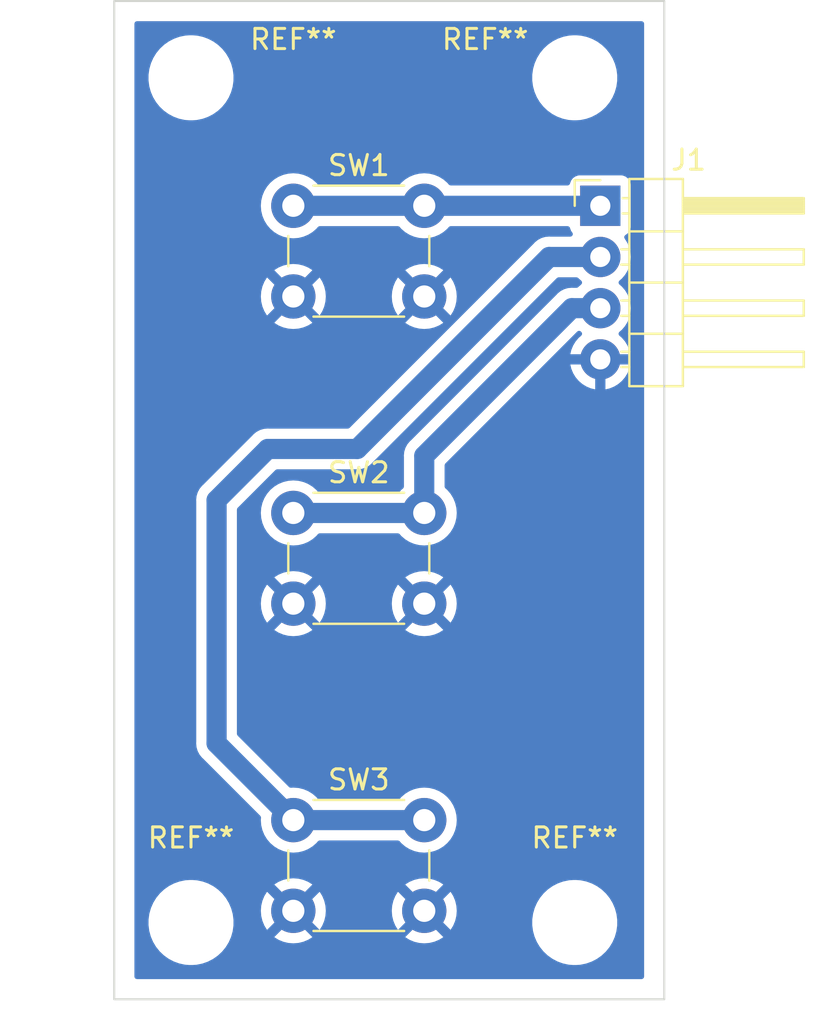
<source format=kicad_pcb>
(kicad_pcb (version 20211014) (generator pcbnew)
  (layers (0 "F.Cu" signal) (31 "B.Cu" signal) (34 "B.Paste" user) (35 "F.Paste" user) (36 "B.SilkS" user "B.Silkscreen") (37 "F.SilkS" user "F.Silkscreen") (38 "B.Mask" user) (39 "F.Mask" user) (44 "Edge.Cuts" user))
  (net 0 "")
  (net 1 "/UP")
  (net 2 "/SET")
  (net 3 "/DOWN")
  (net 4 "/GND")
  (footprint "Connector_PinHeader_2.54mm:PinHeader_1x04_P2.54mm_Horizontal" (layer "F.Cu") (at 50.8 30.48)
    (fp_text reference "J1" (at 4.385 -2.27) (layer "F.SilkS"))
    (fp_text value "CONN")
    (fp_line (start 4.1 0.04) (end 10.1 0.04) (layer "F.SilkS") (width 0.12))
    (fp_line (start 1.042929 7.24) (end 1.44 7.24) (layer "F.SilkS") (width 0.12))
    (fp_line (start 4.1 -0.38) (end 10.1 -0.38) (layer "F.SilkS") (width 0.12))
    (fp_line (start -1.27 -1.27) (end 0 -1.27) (layer "F.SilkS") (width 0.12))
    (fp_line (start 10.1 2.92) (end 4.1 2.92) (layer "F.SilkS") (width 0.12))
    (fp_line (start 4.1 -0.08) (end 10.1 -0.08) (layer "F.SilkS") (width 0.12))
    (fp_line (start 4.1 0.16) (end 10.1 0.16) (layer "F.SilkS") (width 0.12))
    (fp_line (start 1.44 -1.33) (end 1.44 8.95) (layer "F.SilkS") (width 0.12))
    (fp_line (start 1.11 0.38) (end 1.44 0.38) (layer "F.SilkS") (width 0.12))
    (fp_line (start 1.44 1.27) (end 4.1 1.27) (layer "F.SilkS") (width 0.12))
    (fp_line (start 1.042929 5.46) (end 1.44 5.46) (layer "F.SilkS") (width 0.12))
    (fp_line (start 10.1 0.38) (end 4.1 0.38) (layer "F.SilkS") (width 0.12))
    (fp_line (start 1.44 8.95) (end 4.1 8.95) (layer "F.SilkS") (width 0.12))
    (fp_line (start 4.1 -0.32) (end 10.1 -0.32) (layer "F.SilkS") (width 0.12))
    (fp_line (start 4.1 7.24) (end 10.1 7.24) (layer "F.SilkS") (width 0.12))
    (fp_line (start 1.11 -0.38) (end 1.44 -0.38) (layer "F.SilkS") (width 0.12))
    (fp_line (start 4.1 0.28) (end 10.1 0.28) (layer "F.SilkS") (width 0.12))
    (fp_line (start 1.44 3.81) (end 4.1 3.81) (layer "F.SilkS") (width 0.12))
    (fp_line (start 10.1 5.46) (end 4.1 5.46) (layer "F.SilkS") (width 0.12))
    (fp_line (start 1.042929 2.92) (end 1.44 2.92) (layer "F.SilkS") (width 0.12))
    (fp_line (start 10.1 8) (end 4.1 8) (layer "F.SilkS") (width 0.12))
    (fp_line (start 1.042929 8) (end 1.44 8) (layer "F.SilkS") (width 0.12))
    (fp_line (start 4.1 2.16) (end 10.1 2.16) (layer "F.SilkS") (width 0.12))
    (fp_line (start 1.042929 4.7) (end 1.44 4.7) (layer "F.SilkS") (width 0.12))
    (fp_line (start 10.1 7.24) (end 10.1 8) (layer "F.SilkS") (width 0.12))
    (fp_line (start 4.1 4.7) (end 10.1 4.7) (layer "F.SilkS") (width 0.12))
    (fp_line (start 10.1 2.16) (end 10.1 2.92) (layer "F.SilkS") (width 0.12))
    (fp_line (start 4.1 8.95) (end 4.1 -1.33) (layer "F.SilkS") (width 0.12))
    (fp_line (start 10.1 -0.38) (end 10.1 0.38) (layer "F.SilkS") (width 0.12))
    (fp_line (start 1.44 6.35) (end 4.1 6.35) (layer "F.SilkS") (width 0.12))
    (fp_line (start 4.1 -1.33) (end 1.44 -1.33) (layer "F.SilkS") (width 0.12))
    (fp_line (start -1.27 0) (end -1.27 -1.27) (layer "F.SilkS") (width 0.12))
    (fp_line (start 10.1 4.7) (end 10.1 5.46) (layer "F.SilkS") (width 0.12))
    (fp_line (start 1.042929 2.16) (end 1.44 2.16) (layer "F.SilkS") (width 0.12))
    (fp_line (start 4.1 -0.2) (end 10.1 -0.2) (layer "F.SilkS") (width 0.12))
    (pad "1" thru_hole rect (at 0 0) (size 2 2) (drill 1) (layers *.Cu *.Mask) (net 1 "/UP"))
    (pad "2" thru_hole oval (at 0 2.54) (size 2 2) (drill 1) (layers *.Cu *.Mask) (net 2 "/SET"))
    (pad "3" thru_hole oval (at 0 5.08) (size 2 2) (drill 1) (layers *.Cu *.Mask) (net 3 "/DOWN"))
    (pad "4" thru_hole oval (at 0 7.62) (size 2 2) (drill 1) (layers *.Cu *.Mask) (net 4 "/GND"))
  )
  (footprint "MountingHole:MountingHole_3.2mm_M3" (layer "F.Cu") (at 30.48 66.04)
    (fp_text reference "REF**" (at 0 -4.2) (layer "F.SilkS"))
    (fp_text value "MountingHole_3.2mm_M3")
    (pad "" np_thru_hole circle (at 0 0) (size 3.2 3.2) (drill 3.2) (layers *.Cu *.Mask))
  )
  (footprint "MountingHole:MountingHole_3.2mm_M3" (layer "F.Cu") (at 49.53 66.04)
    (fp_text reference "REF**" (at 0 -4.2) (layer "F.SilkS"))
    (fp_text value "MountingHole_3.2mm_M3")
    (pad "" np_thru_hole circle (at 0 0) (size 3.2 3.2) (drill 3.2) (layers *.Cu *.Mask))
  )
  (footprint "Button_Switch_THT:SW_PUSH_6mm" (layer "F.Cu") (at 35.56 30.48)
    (fp_text reference "SW1" (at 3.25 -2) (layer "F.SilkS"))
    (fp_text value "UP")
    (fp_line (start 6.75 3) (end 6.75 1.5) (layer "F.SilkS") (width 0.12))
    (fp_line (start 5.5 -1) (end 1 -1) (layer "F.SilkS") (width 0.12))
    (fp_line (start 1 5.5) (end 5.5 5.5) (layer "F.SilkS") (width 0.12))
    (fp_line (start -0.25 1.5) (end -0.25 3) (layer "F.SilkS") (width 0.12))
    (pad "1" thru_hole circle (at 6.5 0 90) (size 2.2 2.2) (drill 1.1) (layers *.Cu *.Mask) (net 1 "/UP"))
    (pad "1" thru_hole circle (at 0 0 90) (size 2.2 2.2) (drill 1.1) (layers *.Cu *.Mask) (net 1 "/UP"))
    (pad "2" thru_hole circle (at 6.5 4.5 90) (size 2.2 2.2) (drill 1.1) (layers *.Cu *.Mask) (net 4 "/GND"))
    (pad "2" thru_hole circle (at 0 4.5 90) (size 2.2 2.2) (drill 1.1) (layers *.Cu *.Mask) (net 4 "/GND"))
  )
  (footprint "Button_Switch_THT:SW_PUSH_6mm" (layer "F.Cu") (at 35.56 60.96)
    (fp_text reference "SW3" (at 3.25 -2) (layer "F.SilkS"))
    (fp_text value "SET")
    (fp_line (start 6.75 3) (end 6.75 1.5) (layer "F.SilkS") (width 0.12))
    (fp_line (start 1 5.5) (end 5.5 5.5) (layer "F.SilkS") (width 0.12))
    (fp_line (start -0.25 1.5) (end -0.25 3) (layer "F.SilkS") (width 0.12))
    (fp_line (start 5.5 -1) (end 1 -1) (layer "F.SilkS") (width 0.12))
    (pad "1" thru_hole circle (at 0 0 90) (size 2.2 2.2) (drill 1.1) (layers *.Cu *.Mask) (net 2 "/SET"))
    (pad "1" thru_hole circle (at 6.5 0 90) (size 2.2 2.2) (drill 1.1) (layers *.Cu *.Mask) (net 2 "/SET"))
    (pad "2" thru_hole circle (at 6.5 4.5 90) (size 2.2 2.2) (drill 1.1) (layers *.Cu *.Mask) (net 4 "/GND"))
    (pad "2" thru_hole circle (at 0 4.5 90) (size 2.2 2.2) (drill 1.1) (layers *.Cu *.Mask) (net 4 "/GND"))
  )
  (footprint "MountingHole:MountingHole_3.2mm_M3" (layer "F.Cu") (at 30.48 24.13)
    (fp_text reference "REF**" (at 5.08 -1.905) (layer "F.SilkS"))
    (fp_text value "MountingHole_3.2mm_M3")
    (pad "" np_thru_hole circle (at 0 0) (size 3.2 3.2) (drill 3.2) (layers *.Cu *.Mask))
  )
  (footprint "Button_Switch_THT:SW_PUSH_6mm" (layer "F.Cu") (at 35.56 45.72)
    (fp_text reference "SW2" (at 3.25 -2) (layer "F.SilkS"))
    (fp_text value "DOWN")
    (fp_line (start 1 5.5) (end 5.5 5.5) (layer "F.SilkS") (width 0.12))
    (fp_line (start 5.5 -1) (end 1 -1) (layer "F.SilkS") (width 0.12))
    (fp_line (start 6.75 3) (end 6.75 1.5) (layer "F.SilkS") (width 0.12))
    (fp_line (start -0.25 1.5) (end -0.25 3) (layer "F.SilkS") (width 0.12))
    (pad "1" thru_hole circle (at 0 0 90) (size 2.2 2.2) (drill 1.1) (layers *.Cu *.Mask) (net 3 "/DOWN"))
    (pad "1" thru_hole circle (at 6.5 0 90) (size 2.2 2.2) (drill 1.1) (layers *.Cu *.Mask "Dwgs.User") (net 3 "/DOWN"))
    (pad "2" thru_hole circle (at 6.5 4.5 90) (size 2.2 2.2) (drill 1.1) (layers *.Cu *.Mask) (net 4 "/GND"))
    (pad "2" thru_hole circle (at 0 4.5 90) (size 2.2 2.2) (drill 1.1) (layers *.Cu *.Mask) (net 4 "/GND"))
  )
  (footprint "MountingHole:MountingHole_3.2mm_M3" (layer "F.Cu") (at 49.53 24.13)
    (fp_text reference "REF**" (at -4.445 -1.905) (layer "F.SilkS"))
    (fp_text value "MountingHole_3.2mm_M3")
    (pad "" np_thru_hole circle (at 0 0) (size 3.2 3.2) (drill 3.2) (layers *.Cu *.Mask))
  )
  (gr_rect (start 26.67 20.32) (end 53.975 69.85) (layer "Edge.Cuts") (width 0.1) (fill none))
  (segment (start 35.56 30.48) (end 42.06 30.48) (width 1) (layer "B.Cu") (net 1))
  (segment (start 42.06 30.48) (end 50.8 30.48) (width 1) (layer "B.Cu") (net 1))
  (segment (start 35.56 60.96) (end 42.06 60.96) (width 1) (layer "B.Cu") (net 2))
  (segment (start 50.8 33.02) (end 48.26 33.02) (width 1) (layer "B.Cu") (net 2))
  (segment (start 38.735 42.545) (end 34.29 42.545) (width 1) (layer "B.Cu") (net 2))
  (segment (start 34.29 42.545) (end 31.75 45.085) (width 1) (layer "B.Cu") (net 2))
  (segment (start 31.75 57.15) (end 35.56 60.96) (width 1) (layer "B.Cu") (net 2))
  (segment (start 48.26 33.02) (end 38.735 42.545) (width 1) (layer "B.Cu") (net 2))
  (segment (start 31.75 45.085) (end 31.75 57.15) (width 1) (layer "B.Cu") (net 2))
  (segment (start 35.56 45.72) (end 42.06 45.72) (width 1) (layer "B.Cu") (net 3))
  (segment (start 49.385787 35.56) (end 42.06 42.885787) (width 1) (layer "B.Cu") (net 3))
  (segment (start 42.06 42.885787) (end 42.06 45.72) (width 1) (layer "B.Cu") (net 3))
  (segment (start 50.8 35.56) (end 49.385787 35.56) (width 1) (layer "B.Cu") (net 3))
  (zone (net 4) (net_name "/GND") (layer "B.Cu") (connect_pads (clearance 0.508)) (min_thickness 0.254) (fill yes (thermal_gap 0.508) (thermal_bridge_width 0.508))
    (polygon (pts (xy 53.975 69.85) (xy 26.67 69.85) (xy 26.67 20.32) (xy 53.975 20.32)))
  )
)
</source>
